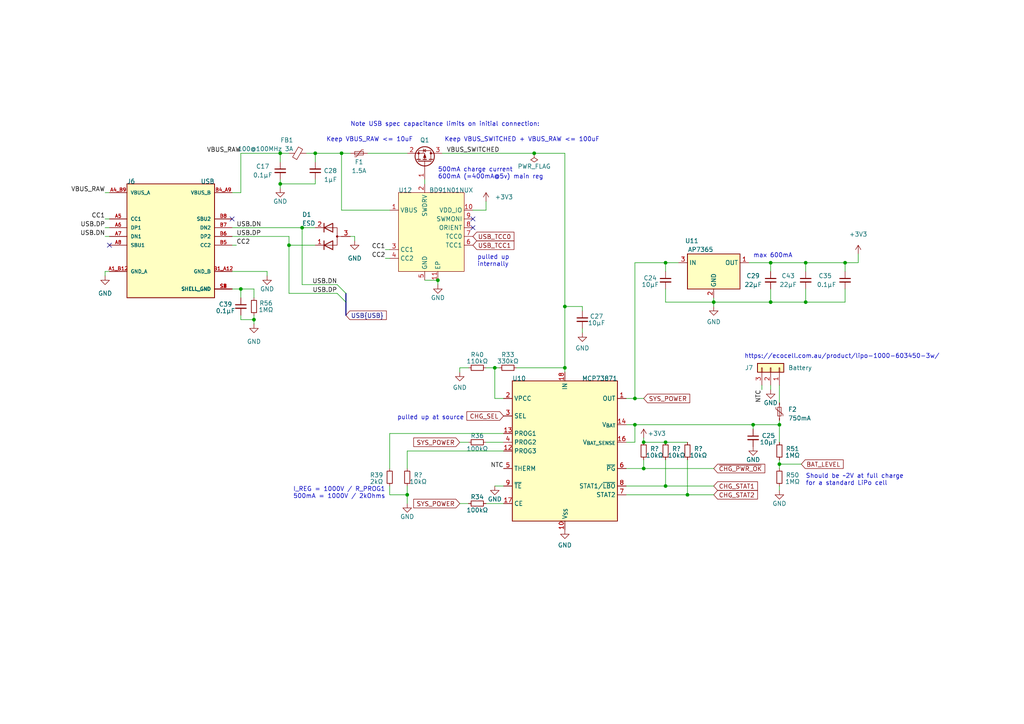
<source format=kicad_sch>
(kicad_sch (version 20230121) (generator eeschema)
  (paper "A4")
  (title_block (title "TANGARA") (date "2023-05-30") (rev "4") (company "made by jacqueline") (comment 1 "SPDX-License-Identifier: CERN-OHL-S-2.0"))
  (lib_symbols
    (symbol "Battery_Management:MCP73871"
      (property "Reference" "U" (at -7.62 24.13 0))
      (property "Value" "MCP73871" (at -15.24 21.59 0))
      (symbol "MCP73871_0_1"
        (rectangle (start -15.24 20.32) (end 15.24 -20.32) (stroke (width 0.254)) (fill (type background)))
      )
      (symbol "MCP73871_1_1"
        (pin power_out line (at 17.78 15.24 180) (length 2.54) (name "OUT") (number "1"))
        (pin power_in line (at 0 -22.86 90) (length 2.54) (name "V_{SS}") (number "10"))
        (pin passive line (at 0 -22.86 90) (length 2.54) hide (name "V_{SS}") (number "11"))
        (pin bidirectional line (at -17.78 0 0) (length 2.54) (name "PROG3") (number "12"))
        (pin bidirectional line (at -17.78 5.08 0) (length 2.54) (name "PROG1") (number "13"))
        (pin power_out line (at 17.78 7.62 180) (length 2.54) (name "V_{BAT}") (number "14"))
        (pin passive line (at 17.78 7.62 180) (length 2.54) hide (name "V_{BAT}") (number "15"))
        (pin input line (at 17.78 2.54 180) (length 2.54) (name "V_{BAT_SENSE}") (number "16"))
        (pin input line (at -17.78 -15.24 0) (length 2.54) (name "CE") (number "17"))
        (pin power_in line (at 0 22.86 270) (length 2.54) (name "IN") (number "18"))
        (pin passive line (at 0 22.86 270) (length 2.54) hide (name "IN") (number "19"))
        (pin input line (at -17.78 15.24 0) (length 2.54) (name "VPCC") (number "2"))
        (pin passive line (at 17.78 15.24 180) (length 2.54) hide (name "OUT") (number "20"))
        (pin passive line (at 0 -22.86 90) (length 2.54) hide (name "V_{SS}") (number "21"))
        (pin input line (at -17.78 10.16 0) (length 2.54) (name "SEL") (number "3"))
        (pin input line (at -17.78 2.54 0) (length 2.54) (name "PROG2") (number "4"))
        (pin bidirectional line (at -17.78 -5.08 0) (length 2.54) (name "THERM") (number "5"))
        (pin open_collector line (at 17.78 -5.08 180) (length 2.54) (name "~{PG}") (number "6"))
        (pin open_collector line (at 17.78 -12.7 180) (length 2.54) (name "STAT2") (number "7"))
        (pin open_collector line (at 17.78 -10.16 180) (length 2.54) (name "STAT1/~{LBO}") (number "8"))
        (pin input line (at -17.78 -10.16 0) (length 2.54) (name "~{TE}") (number "9"))
      )
    )
    (symbol "Connector_Generic:Conn_01x03" (pin_names (offset 1.016) hide)
      (property "Reference" "J" (at 0 5.08 0))
      (property "Value" "Conn_01x03" (at 0 -5.08 0))
      (symbol "Conn_01x03_1_1"
        (rectangle (start -1.27 -2.413) (end 0 -2.667) (stroke (width 0.1524)))
        (rectangle (start -1.27 0.127) (end 0 -0.127) (stroke (width 0.1524)))
        (rectangle (start -1.27 2.667) (end 0 2.413) (stroke (width 0.1524)))
        (rectangle (start -1.27 3.81) (end 1.27 -3.81) (stroke (width 0.254)) (fill (type background)))
        (pin passive line (at -5.08 2.54 0) (length 3.81) (name "Pin_1") (number "1"))
        (pin passive line (at -5.08 0 0) (length 3.81) (name "Pin_2") (number "2"))
        (pin passive line (at -5.08 -2.54 0) (length 3.81) (name "Pin_3") (number "3"))
      )
    )
    (symbol "Device:C_Small" (pin_numbers hide) (pin_names (offset 0.254) hide)
      (property "Reference" "C" (at 0.254 1.778 0))
      (property "Value" "C_Small" (at 0.254 -2.032 0))
      (symbol "C_Small_0_1"
        (polyline (pts (xy -1.524 -0.508) (xy 1.524 -0.508)) (stroke (width 0.3302)))
        (polyline (pts (xy -1.524 0.508) (xy 1.524 0.508)) (stroke (width 0.3048)))
      )
      (symbol "C_Small_1_1"
        (pin passive line (at 0 2.54 270) (length 2.032) (name "~") (number "1"))
        (pin passive line (at 0 -2.54 90) (length 2.032) (name "~") (number "2"))
      )
    )
    (symbol "Device:D_Dual_CommonAnode_KKA_Parallel" (pin_names (offset 0.762) hide)
      (property "Reference" "D" (at 0 5.08 0))
      (property "Value" "D_Dual_CommonAnode_KKA_Parallel" (at 0 -5.08 0))
      (symbol "D_Dual_CommonAnode_KKA_Parallel_0_0"
        (polyline (pts (xy 2.54 -3.81) (xy 2.54 -1.27)) (stroke (width 0.254)))
        (polyline (pts (xy 2.54 1.27) (xy 2.54 3.81)) (stroke (width 0.254)))
      )
      (symbol "D_Dual_CommonAnode_KKA_Parallel_0_1"
        (circle (center -1.27 0) (radius 0.254) (fill (type outline)))
        (polyline (pts (xy -1.27 0) (xy -2.54 0)))
        (polyline (pts (xy 2.54 2.54) (xy -1.27 2.54) (xy -1.27 -2.54) (xy 2.54 -2.54)))
        (polyline (pts (xy 0 -1.27) (xy 2.54 -2.54) (xy 0 -3.81) (xy 0 -1.27) (xy 0 -1.27) (xy 0 -1.27)) (stroke (width 0.254)))
        (polyline (pts (xy 0 3.81) (xy 2.54 2.54) (xy 0 1.27) (xy 0 3.81) (xy 0 3.81) (xy 0 3.81)) (stroke (width 0.254)))
        (pin passive line (at 5.08 2.54 180) (length 2.54) (name "K") (number "1"))
        (pin passive line (at 5.08 -2.54 180) (length 2.54) (name "K") (number "2"))
        (pin passive line (at -5.08 0 0) (length 2.54) (name "A") (number "3"))
      )
    )
    (symbol "Device:Ferrite_Bead_Small" (pin_numbers hide) (pin_names (offset 0))
      (property "Reference" "FB" (at 1.905 1.27 0))
      (property "Value" "Device_Ferrite_Bead_Small" (at 1.905 -1.27 0))
      (symbol "Ferrite_Bead_Small_0_1"
        (polyline (pts (xy 0 -1.27) (xy 0 -0.7874)))
        (polyline (pts (xy 0 0.889) (xy 0 1.2954)))
        (polyline (pts (xy -1.8288 0.2794) (xy -1.1176 1.4986) (xy 1.8288 -0.2032) (xy 1.1176 -1.4224) (xy -1.8288 0.2794)))
      )
      (symbol "Ferrite_Bead_Small_1_1"
        (pin passive line (at 0 2.54 270) (length 1.27) (name "~") (number "1"))
        (pin passive line (at 0 -2.54 90) (length 1.27) (name "~") (number "2"))
      )
    )
    (symbol "Device:Polyfuse_Small" (pin_numbers hide) (pin_names (offset 0))
      (property "Reference" "F" (at -1.905 0 90))
      (property "Value" "Polyfuse_Small" (at 1.905 0 90))
      (symbol "Polyfuse_Small_0_1"
        (rectangle (start -0.508 1.27) (end 0.508 -1.27))
        (polyline (pts (xy 0 2.54) (xy 0 -2.54)))
        (polyline (pts (xy -1.016 1.27) (xy -1.016 0.762) (xy 1.016 -0.762) (xy 1.016 -1.27)))
      )
      (symbol "Polyfuse_Small_1_1"
        (pin passive line (at 0 2.54 270) (length 0.635) (name "~") (number "1"))
        (pin passive line (at 0 -2.54 90) (length 0.635) (name "~") (number "2"))
      )
    )
    (symbol "Device:Q_PMOS_GSD" (pin_names (offset 0) hide)
      (property "Reference" "Q" (at 5.08 1.27 0))
      (property "Value" "Q_PMOS_GSD" (at 5.08 -1.27 0))
      (symbol "Q_PMOS_GSD_0_1"
        (polyline (pts (xy 0.254 0) (xy -2.54 0)))
        (polyline (pts (xy 0.254 1.905) (xy 0.254 -1.905)) (stroke (width 0.254)))
        (polyline (pts (xy 0.762 -1.27) (xy 0.762 -2.286)) (stroke (width 0.254)))
        (polyline (pts (xy 0.762 0.508) (xy 0.762 -0.508)) (stroke (width 0.254)))
        (polyline (pts (xy 0.762 2.286) (xy 0.762 1.27)) (stroke (width 0.254)))
        (polyline (pts (xy 2.54 2.54) (xy 2.54 1.778)))
        (polyline (pts (xy 2.54 -2.54) (xy 2.54 0) (xy 0.762 0)))
        (polyline (pts (xy 0.762 1.778) (xy 3.302 1.778) (xy 3.302 -1.778) (xy 0.762 -1.778)))
        (polyline (pts (xy 2.286 0) (xy 1.27 0.381) (xy 1.27 -0.381) (xy 2.286 0)) (fill (type outline)))
        (polyline (pts (xy 2.794 -0.508) (xy 2.921 -0.381) (xy 3.683 -0.381) (xy 3.81 -0.254)))
        (polyline (pts (xy 3.302 -0.381) (xy 2.921 0.254) (xy 3.683 0.254) (xy 3.302 -0.381)))
        (circle (center 1.651 0) (radius 2.794) (stroke (width 0.254)))
        (circle (center 2.54 -1.778) (radius 0.254) (fill (type outline)))
        (circle (center 2.54 1.778) (radius 0.254) (fill (type outline)))
      )
      (symbol "Q_PMOS_GSD_1_1"
        (pin input line (at -5.08 0 0) (length 2.54) (name "G") (number "1"))
        (pin passive line (at 2.54 -5.08 90) (length 2.54) (name "S") (number "2"))
        (pin passive line (at 2.54 5.08 270) (length 2.54) (name "D") (number "3"))
      )
    )
    (symbol "Device:R_Small" (pin_numbers hide) (pin_names (offset 0.254) hide)
      (property "Reference" "R" (at 0.762 0.508 0))
      (property "Value" "R_Small" (at 0.762 -1.016 0))
      (symbol "R_Small_0_1"
        (rectangle (start -0.762 1.778) (end 0.762 -1.778) (stroke (width 0.2032)))
      )
      (symbol "R_Small_1_1"
        (pin passive line (at 0 2.54 270) (length 0.762) (name "~") (number "1"))
        (pin passive line (at 0 -2.54 90) (length 0.762) (name "~") (number "2"))
      )
    )
    (symbol "power:+3V3" (power) (pin_names (offset 0))
      (property "Value" "+3V3" (at 0 3.556 0))
      (symbol "+3V3_0_1"
        (polyline (pts (xy -0.762 1.27) (xy 0 2.54)))
        (polyline (pts (xy 0 0) (xy 0 2.54)))
        (polyline (pts (xy 0 2.54) (xy 0.762 1.27)))
      )
      (symbol "+3V3_1_1"
        (pin power_in line (at 0 0 90) (length 0) hide (name "+3V3") (number "1"))
      )
    )
    (symbol "power:GND" (power) (pin_names (offset 0))
      (property "Value" "GND" (at 0 -3.81 0))
      (symbol "GND_0_1"
        (polyline (pts (xy 0 0) (xy 0 -1.27) (xy 1.27 -1.27) (xy 0 -2.54) (xy -1.27 -1.27) (xy 0 -1.27)))
      )
      (symbol "GND_1_1"
        (pin power_in line (at 0 0 270) (length 0) hide (name "GND") (number "1"))
      )
    )
    (symbol "power:PWR_FLAG" (power) (pin_numbers hide) (pin_names (offset 0) hide)
      (property "Value" "PWR_FLAG" (at 0 3.81 0))
      (symbol "PWR_FLAG_0_0"
        (pin power_out line (at 0 0 90) (length 0) (name "pwr") (number "1"))
      )
      (symbol "PWR_FLAG_0_1"
        (polyline (pts (xy 0 0) (xy 0 1.27) (xy -1.016 1.905) (xy 0 2.54) (xy 1.016 1.905) (xy 0 1.27)))
      )
    )
    (symbol "symbols:AP7365"
      (property "Reference" "U" (at 0 0 0))
      (symbol "AP7365_1_1"
        (rectangle (start -7.62 3.81) (end 7.62 -6.35) (stroke (width 0.254)) (fill (type background)))
        (pin power_out line (at 10.16 1.27 180) (length 2.54) (name "OUT") (number "1"))
        (pin power_in line (at 0 -8.89 90) (length 2.54) (name "GND") (number "2"))
        (pin power_in line (at -10.16 1.27 0) (length 2.54) (name "IN") (number "3"))
      )
    )
    (symbol "symbols:BD91N01NUX"
      (property "Reference" "U" (at 0 13.97 0))
      (property "Value" "BD91N01NUX" (at 5.08 16.51 0))
      (symbol "BD91N01NUX_0_1"
        (rectangle (start -12.7 12.7) (end 6.35 -10.16) (fill (type background)))
      )
      (symbol "BD91N01NUX_1_1"
        (pin power_in line (at -15.24 7.62 0) (length 2.54) (name "VBUS") (number "1"))
        (pin power_in line (at 8.89 7.62 180) (length 2.54) (name "VDD_IO") (number "10"))
        (pin power_in line (at -1.27 -12.7 90) (length 2.54) (name "EP") (number "11"))
        (pin output line (at -5.08 15.24 270) (length 2.54) (name "SWDRV") (number "2"))
        (pin input line (at -15.24 -3.81 0) (length 2.54) (name "CC1") (number "3"))
        (pin input line (at -15.24 -6.35 0) (length 2.54) (name "CC2") (number "4"))
        (pin power_in line (at -5.08 -12.7 90) (length 2.54) (name "GND") (number "5"))
        (pin output line (at 8.89 -2.54 180) (length 2.54) (name "TCC1") (number "6"))
        (pin output line (at 8.89 0 180) (length 2.54) (name "TCC0") (number "7"))
        (pin output line (at 8.89 2.54 180) (length 2.54) (name "ORIENT") (number "8"))
        (pin output line (at 8.89 5.08 180) (length 2.54) (name "SWMONI") (number "9"))
      )
    )
    (symbol "symbols:USB4510-03-1-A_REVA" (pin_names (offset 1.016))
      (property "Reference" "J" (at -12.7 16.002 0))
      (property "Value" "USB4510-03-1-A_REVA" (at -12.7 -18.542 0))
      (symbol "USB4510-03-1-A_REVA_0_0"
        (rectangle (start -12.7 -17.78) (end 12.7 15.24) (stroke (width 0.254)) (fill (type background)))
        (pin power_in line (at -17.78 -10.16 0) (length 5.08) (name "GND_A") (number "A1_B12"))
        (pin power_in line (at -17.78 12.7 0) (length 5.08) (name "VBUS_A") (number "A4_B9"))
        (pin bidirectional line (at -17.78 5.08 0) (length 5.08) (name "CC1") (number "A5"))
        (pin bidirectional line (at -17.78 2.54 0) (length 5.08) (name "DP1") (number "A6"))
        (pin bidirectional line (at -17.78 0 0) (length 5.08) (name "DN1") (number "A7"))
        (pin bidirectional line (at -17.78 -2.54 0) (length 5.08) (name "SBU1") (number "A8"))
        (pin power_in line (at 17.78 -10.16 180) (length 5.08) (name "GND_B") (number "B1_A12"))
        (pin power_in line (at 17.78 12.7 180) (length 5.08) (name "VBUS_B") (number "B4_A9"))
        (pin bidirectional line (at 17.78 -2.54 180) (length 5.08) (name "CC2") (number "B5"))
        (pin bidirectional line (at 17.78 0 180) (length 5.08) (name "DP2") (number "B6"))
        (pin bidirectional line (at 17.78 2.54 180) (length 5.08) (name "DN2") (number "B7"))
        (pin bidirectional line (at 17.78 5.08 180) (length 5.08) (name "SBU2") (number "B8"))
        (pin power_in line (at 17.78 -15.24 180) (length 5.08) (name "SHELL_GND") (number "S1"))
        (pin power_in line (at 17.78 -15.24 180) (length 5.08) (name "SHELL_GND") (number "S2"))
        (pin power_in line (at 17.78 -15.24 180) (length 5.08) (name "SHELL_GND") (number "S3"))
        (pin power_in line (at 17.78 -15.24 180) (length 5.08) (name "SHELL_GND") (number "S4"))
      )
    )
  )
  (junction (at 226.06 134.62))
  (junction (at 154.94 44.45))
  (junction (at 87.63 66.04))
  (junction (at 245.11 76.2))
  (junction (at 73.66 92.71))
  (junction (at 184.15 123.19))
  (junction (at 223.52 76.2))
  (junction (at 83.82 71.12))
  (junction (at 218.44 123.19))
  (junction (at 81.28 44.45))
  (junction (at 233.68 76.2))
  (junction (at 186.69 135.89))
  (junction (at 193.04 140.97))
  (junction (at 199.39 143.51))
  (junction (at 99.06 44.45))
  (junction (at 91.44 44.45))
  (junction (at 233.68 87.63))
  (junction (at 193.04 76.2))
  (junction (at 163.83 106.68))
  (junction (at 226.06 123.19))
  (junction (at 184.15 115.57))
  (junction (at 81.28 53.34))
  (junction (at 143.51 106.68))
  (junction (at 127 81.28))
  (junction (at 193.04 128.27))
  (junction (at 69.85 83.82))
  (junction (at 207.01 87.63))
  (junction (at 186.69 128.27))
  (junction (at 118.11 143.51))
  (junction (at 163.83 88.9))
  (junction (at 223.52 87.63))
  (no_connect (at 31.75 71.12))
  (no_connect (at 137.16 63.5))
  (no_connect (at 137.16 66.04))
  (no_connect (at 67.31 63.5))
  (bus_entry (at 97.79 82.55) (size 2.54 2.54))
  (bus_entry (at 97.79 85.09) (size 2.54 2.54))
  (wire (pts (xy 69.85 44.45) (xy 69.85 55.88)))
  (wire (pts (xy 99.06 44.45) (xy 99.06 60.96)))
  (wire (pts (xy 223.52 78.74) (xy 223.52 76.2)))
  (wire (pts (xy 69.85 92.71) (xy 73.66 92.71)))
  (wire (pts (xy 91.44 52.07) (xy 91.44 53.34)))
  (wire (pts (xy 133.35 146.05) (xy 135.89 146.05)))
  (wire (pts (xy 81.28 53.34) (xy 81.28 54.61)))
  (wire (pts (xy 184.15 76.2) (xy 193.04 76.2)))
  (wire (pts (xy 135.89 106.68) (xy 133.35 106.68)))
  (wire (pts (xy 226.06 121.92) (xy 226.06 123.19)))
  (wire (pts (xy 207.01 87.63) (xy 223.52 87.63)))
  (wire (pts (xy 245.11 76.2) (xy 248.92 76.2)))
  (wire (pts (xy 181.61 140.97) (xy 193.04 140.97)))
  (wire (pts (xy 73.66 83.82) (xy 73.66 86.36)))
  (wire (pts (xy 149.86 106.68) (xy 163.83 106.68)))
  (wire (pts (xy 226.06 123.19) (xy 226.06 128.27)))
  (wire (pts (xy 87.63 66.04) (xy 91.44 66.04)))
  (wire (pts (xy 245.11 83.82) (xy 245.11 87.63)))
  (wire (pts (xy 143.51 115.57) (xy 143.51 106.68)))
  (wire (pts (xy 186.69 133.35) (xy 186.69 135.89)))
  (wire (pts (xy 118.11 143.51) (xy 118.11 146.05)))
  (wire (pts (xy 69.85 83.82) (xy 73.66 83.82)))
  (wire (pts (xy 111.76 72.39) (xy 113.03 72.39)))
  (wire (pts (xy 99.06 44.45) (xy 101.6 44.45)))
  (wire (pts (xy 146.05 115.57) (xy 143.51 115.57)))
  (wire (pts (xy 67.31 66.04) (xy 87.63 66.04)))
  (wire (pts (xy 193.04 87.63) (xy 207.01 87.63)))
  (wire (pts (xy 163.83 44.45) (xy 163.83 88.9)))
  (bus (pts (xy 100.33 87.63) (xy 100.33 91.44)))
  (wire (pts (xy 118.11 140.97) (xy 118.11 143.51)))
  (wire (pts (xy 81.28 52.07) (xy 81.28 53.34)))
  (wire (pts (xy 83.82 71.12) (xy 91.44 71.12)))
  (wire (pts (xy 220.98 113.03) (xy 220.98 111.76)))
  (wire (pts (xy 181.61 143.51) (xy 199.39 143.51)))
  (wire (pts (xy 223.52 111.76) (xy 223.52 113.03)))
  (wire (pts (xy 217.17 76.2) (xy 223.52 76.2)))
  (wire (pts (xy 123.19 52.07) (xy 123.19 53.34)))
  (wire (pts (xy 193.04 78.74) (xy 193.04 76.2)))
  (wire (pts (xy 83.82 85.09) (xy 83.82 71.12)))
  (wire (pts (xy 137.16 60.96) (xy 140.97 60.96)))
  (wire (pts (xy 146.05 146.05) (xy 140.97 146.05)))
  (wire (pts (xy 233.68 76.2) (xy 233.68 78.74)))
  (wire (pts (xy 87.63 82.55) (xy 97.79 82.55)))
  (wire (pts (xy 143.51 140.97) (xy 146.05 140.97)))
  (wire (pts (xy 30.48 78.74) (xy 30.48 80.01)))
  (wire (pts (xy 81.28 44.45) (xy 81.28 46.99)))
  (wire (pts (xy 226.06 140.97) (xy 226.06 142.24)))
  (wire (pts (xy 207.01 87.63) (xy 207.01 86.36)))
  (wire (pts (xy 123.19 81.28) (xy 127 81.28)))
  (wire (pts (xy 91.44 46.99) (xy 91.44 44.45)))
  (wire (pts (xy 128.27 44.45) (xy 154.94 44.45)))
  (wire (pts (xy 68.58 71.12) (xy 67.31 71.12)))
  (wire (pts (xy 245.11 76.2) (xy 245.11 78.74)))
  (wire (pts (xy 146.05 130.81) (xy 118.11 130.81)))
  (wire (pts (xy 83.82 71.12) (xy 83.82 68.58)))
  (wire (pts (xy 106.68 44.45) (xy 118.11 44.45)))
  (wire (pts (xy 81.28 44.45) (xy 83.82 44.45)))
  (wire (pts (xy 207.01 88.9) (xy 207.01 87.63)))
  (wire (pts (xy 69.85 44.45) (xy 81.28 44.45)))
  (wire (pts (xy 193.04 76.2) (xy 196.85 76.2)))
  (wire (pts (xy 193.04 140.97) (xy 207.01 140.97)))
  (wire (pts (xy 163.83 88.9) (xy 163.83 106.68)))
  (wire (pts (xy 133.35 106.68) (xy 133.35 107.95)))
  (wire (pts (xy 73.66 92.71) (xy 73.66 93.98)))
  (wire (pts (xy 193.04 128.27) (xy 199.39 128.27)))
  (wire (pts (xy 218.44 123.19) (xy 226.06 123.19)))
  (wire (pts (xy 186.69 127) (xy 186.69 128.27)))
  (wire (pts (xy 69.85 83.82) (xy 69.85 86.36)))
  (wire (pts (xy 168.91 90.17) (xy 168.91 88.9)))
  (wire (pts (xy 67.31 55.88) (xy 69.85 55.88)))
  (wire (pts (xy 184.15 128.27) (xy 184.15 123.19)))
  (wire (pts (xy 83.82 85.09) (xy 97.79 85.09)))
  (wire (pts (xy 181.61 135.89) (xy 186.69 135.89)))
  (wire (pts (xy 118.11 130.81) (xy 118.11 135.89)))
  (wire (pts (xy 223.52 83.82) (xy 223.52 87.63)))
  (wire (pts (xy 140.97 128.27) (xy 146.05 128.27)))
  (wire (pts (xy 87.63 66.04) (xy 87.63 82.55)))
  (wire (pts (xy 233.68 76.2) (xy 245.11 76.2)))
  (wire (pts (xy 140.97 60.96) (xy 140.97 58.42)))
  (wire (pts (xy 193.04 83.82) (xy 193.04 87.63)))
  (wire (pts (xy 168.91 88.9) (xy 163.83 88.9)))
  (wire (pts (xy 163.83 106.68) (xy 163.83 107.95)))
  (wire (pts (xy 226.06 134.62) (xy 226.06 133.35)))
  (wire (pts (xy 248.92 73.66) (xy 248.92 76.2)))
  (wire (pts (xy 69.85 91.44) (xy 69.85 92.71)))
  (wire (pts (xy 181.61 128.27) (xy 184.15 128.27)))
  (wire (pts (xy 113.03 140.97) (xy 113.03 143.51)))
  (wire (pts (xy 184.15 76.2) (xy 184.15 115.57)))
  (wire (pts (xy 184.15 123.19) (xy 218.44 123.19)))
  (wire (pts (xy 91.44 53.34) (xy 81.28 53.34)))
  (wire (pts (xy 226.06 134.62) (xy 232.41 134.62)))
  (wire (pts (xy 146.05 125.73) (xy 113.03 125.73)))
  (wire (pts (xy 143.51 106.68) (xy 144.78 106.68)))
  (wire (pts (xy 102.87 68.58) (xy 102.87 69.85)))
  (wire (pts (xy 226.06 135.89) (xy 226.06 134.62)))
  (wire (pts (xy 67.31 68.58) (xy 83.82 68.58)))
  (wire (pts (xy 168.91 95.25) (xy 168.91 96.52)))
  (wire (pts (xy 30.48 63.5) (xy 31.75 63.5)))
  (wire (pts (xy 67.31 78.74) (xy 77.47 78.74)))
  (wire (pts (xy 184.15 115.57) (xy 186.69 115.57)))
  (wire (pts (xy 127 81.28) (xy 127 82.55)))
  (wire (pts (xy 67.31 83.82) (xy 69.85 83.82)))
  (wire (pts (xy 181.61 115.57) (xy 184.15 115.57)))
  (wire (pts (xy 193.04 133.35) (xy 193.04 140.97)))
  (wire (pts (xy 31.75 78.74) (xy 30.48 78.74)))
  (bus (pts (xy 100.33 85.09) (xy 100.33 87.63)))
  (wire (pts (xy 223.52 87.63) (xy 233.68 87.63)))
  (wire (pts (xy 233.68 83.82) (xy 233.68 87.63)))
  (wire (pts (xy 199.39 143.51) (xy 207.01 143.51)))
  (wire (pts (xy 226.06 111.76) (xy 226.06 116.84)))
  (wire (pts (xy 186.69 135.89) (xy 207.01 135.89)))
  (wire (pts (xy 133.35 128.27) (xy 135.89 128.27)))
  (wire (pts (xy 73.66 91.44) (xy 73.66 92.71)))
  (wire (pts (xy 113.03 143.51) (xy 118.11 143.51)))
  (wire (pts (xy 218.44 123.19) (xy 218.44 124.46)))
  (wire (pts (xy 30.48 68.58) (xy 31.75 68.58)))
  (wire (pts (xy 101.6 68.58) (xy 102.87 68.58)))
  (wire (pts (xy 233.68 87.63) (xy 245.11 87.63)))
  (wire (pts (xy 30.48 66.04) (xy 31.75 66.04)))
  (wire (pts (xy 186.69 128.27) (xy 193.04 128.27)))
  (wire (pts (xy 199.39 133.35) (xy 199.39 143.51)))
  (wire (pts (xy 91.44 44.45) (xy 99.06 44.45)))
  (wire (pts (xy 30.48 55.88) (xy 31.75 55.88)))
  (wire (pts (xy 113.03 125.73) (xy 113.03 135.89)))
  (wire (pts (xy 140.97 106.68) (xy 143.51 106.68)))
  (wire (pts (xy 111.76 74.93) (xy 113.03 74.93)))
  (wire (pts (xy 77.47 78.74) (xy 77.47 80.01)))
  (wire (pts (xy 88.9 44.45) (xy 91.44 44.45)))
  (wire (pts (xy 113.03 60.96) (xy 99.06 60.96)))
  (wire (pts (xy 223.52 76.2) (xy 233.68 76.2)))
  (wire (pts (xy 154.94 44.45) (xy 163.83 44.45)))
  (wire (pts (xy 181.61 123.19) (xy 184.15 123.19)))
  (text "https://ecocell.com.au/product/lipo-1000-603450-3w/" (at 215.9 104.14 0) (effects (font (size 1.27 1.27)) (justify left bottom)))
  (text "max 600mA" (at 218.44 74.93 0) (effects (font (size 1.27 1.27)) (justify left bottom)))
  (text "500mA charge current\n600mA (=400mA@5v) main reg" (at 127 52.07 0) (effects (font (size 1.27 1.27)) (justify left bottom)))
  (text "pulled up\ninternally" (at 138.43 77.47 0) (effects (font (size 1.27 1.27)) (justify left bottom)))
  (text "Should be ~2V at full charge\nfor a standard LiPo cell" (at 233.68 140.97 0) (effects (font (size 1.27 1.27)) (justify left bottom)))
  (text "pulled up at source" (at 134.62 121.92 0) (effects (font (size 1.27 1.27)) (justify right bottom)))
  (text "I_REG = 1000V / R_PROG1\n500mA = 1000V / 2kOhms" (at 111.76 144.78 0) (effects (font (size 1.27 1.27)) (justify right bottom)))
  (text "Keep VBUS_RAW <= 10uF" (at 94.615 41.275 0) (effects (font (size 1.27 1.27)) (justify left bottom)))
  (text "Keep VBUS_SWITCHED + VBUS_RAW <= 100uF" (at 128.905 41.275 0) (effects (font (size 1.27 1.27)) (justify left bottom)))
  (text "Note USB spec capacitance limits on initial connection:" (at 101.6 36.83 0) (effects (font (size 1.27 1.27)) (justify left bottom)))
  (label "CC2" (at 111.76 74.93 180))
  (label "USB.DP" (at 30.48 66.04 180))
  (label "NTC" (at 146.05 135.89 180))
  (label "VBUS_RAW" (at 69.85 44.45 180))
  (label "USB.DP" (at 97.79 85.09 180))
  (label "CC1" (at 30.48 63.5 180))
  (label "USB.DN" (at 30.48 68.58 180))
  (label "VBUS_SWITCHED" (at 129.54 44.45 0))
  (label "VBUS_RAW" (at 30.48 55.88 180))
  (label "CC2" (at 68.58 71.12 0))
  (label "CC1" (at 111.76 72.39 180))
  (label "NTC" (at 220.98 113.03 270))
  (label "USB.DN" (at 97.79 82.55 180))
  (label "USB.DN" (at 68.58 66.04 0))
  (label "USB.DP" (at 68.58 68.58 0))
  (global_label "~{CHG_PWR_OK}" (shape input) (at 207.01 135.89 0) (property "Intersheetrefs" "${INTERSHEET_REFS}" (effects hide)))
  (global_label "SYS_POWER" (shape input) (at 133.35 146.05 180) (property "Intersheetrefs" "${INTERSHEET_REFS}" (effects hide)))
  (global_label "CHG_STAT2" (shape input) (at 207.01 143.51 0) (property "Intersheetrefs" "${INTERSHEET_REFS}" (effects hide)))
  (global_label "USB_TCC0" (shape input) (at 137.16 68.58 0) (property "Intersheetrefs" "${INTERSHEET_REFS}" (effects hide)))
  (global_label "SYS_POWER" (shape input) (at 133.35 128.27 180) (property "Intersheetrefs" "${INTERSHEET_REFS}" (effects hide)))
  (global_label "USB_TCC1" (shape input) (at 137.16 71.12 0) (property "Intersheetrefs" "${INTERSHEET_REFS}" (effects hide)))
  (global_label "CHG_SEL" (shape input) (at 146.05 120.65 180) (property "Intersheetrefs" "${INTERSHEET_REFS}" (effects hide)))
  (global_label "CHG_STAT1" (shape input) (at 207.01 140.97 0) (property "Intersheetrefs" "${INTERSHEET_REFS}" (effects hide)))
  (global_label "BAT_LEVEL" (shape input) (at 232.41 134.62 0) (property "Intersheetrefs" "${INTERSHEET_REFS}" (effects hide)))
  (global_label "SYS_POWER" (shape input) (at 186.69 115.57 0) (property "Intersheetrefs" "${INTERSHEET_REFS}" (effects hide)))
  (global_label "USB{USB}" (shape input) (at 100.33 91.44 0) (property "Intersheetrefs" "${INTERSHEET_REFS}" (effects hide)))
  (symbol (lib_id "Device:R_Small") (at 226.06 138.43 0) (unit 1)
    (property "Reference" "R50" (at 229.87 137.795 0))
    (property "Value" "1MΩ" (at 229.87 139.7 0))
    (property "Footprint" "Resistor_SMD:R_0603_1608Metric" (effects hide))
    (property "MPN" "AC0603FR-131ML" (effects hide))
  )
  (symbol (lib_id "symbols:BD91N01NUX") (at 128.27 68.58 0) (unit 1)
    (property "Reference" "U12" (at 115.57 55.88 0) (effects (justify left bottom)))
    (property "Value" "BD91N01NUX" (at 124.46 55.88 0) (effects (justify left bottom)))
    (property "Footprint" "footprints:BD91N01NUX-E2" (effects hide))
    (property "MPN" "BD91N01NUX" (effects hide))
  )
  (symbol (lib_id "power:GND") (at 73.66 93.98 0) (unit 1)
    (property "Reference" "#PWR050" (effects hide))
    (property "Value" "GND" (at 73.66 99.06 0))
  )
  (symbol (lib_id "power:GND") (at 81.28 54.61 0) (unit 1)
    (property "Reference" "#PWR0202" (effects hide))
    (property "Value" "GND" (at 81.28 58.42 0))
  )
  (symbol (lib_id "power:+3V3") (at 186.69 127 0) (unit 1)
    (property "Reference" "#PWR0124" (effects hide))
    (property "Value" "+3V3" (at 190.5 125.73 0))
    (instances (project "gay-ipod" (path "" (reference "#PWR0124") (unit 1)) (path "" (reference "#PWR04") (unit 1))))
  )
  (symbol (lib_id "power:+3V3") (at 248.92 73.66 0) (unit 1)
    (property "Reference" "#PWR0217" (effects hide))
    (property "Value" "+3V3" (at 248.92 67.945 0))
  )
  (symbol (lib_id "Device:C_Small") (at 233.68 81.28 0) (unit 1)
    (property "Reference" "C43" (at 228.6 80.01 0))
    (property "Value" "22μF" (at 228.6 82.55 0))
    (property "Footprint" "Capacitor_SMD:C_1206_3216Metric" (effects hide))
    (property "MPN" "GRM319R61C226KE15D" (effects hide))
  )
  (symbol (lib_id "Device:R_Small") (at 118.11 138.43 0) (unit 1)
    (property "Reference" "R?" (at 121.285 137.795 0))
    (property "Value" "10kΩ" (at 121.285 139.7 0))
    (property "Footprint" "Resistor_SMD:R_0603_1608Metric" (effects hide))
    (property "MPN" "AC0603JR-0710KL" (effects hide))
    (instances (project "gay-ipod" (path "" (reference "R?") (unit 1)) (path "" (reference "R23") (unit 1)) (path "" (reference "R35") (unit 1))))
  )
  (symbol (lib_id "Device:C_Small") (at 193.04 81.28 0) (unit 1)
    (property "Reference" "C24" (at 188.595 80.645 0))
    (property "Value" "10μF" (at 188.595 82.55 0))
    (property "Footprint" "Capacitor_SMD:C_0805_2012Metric" (effects hide))
    (property "MPN" "GRM21BR61C106KE15K" (effects hide))
  )
  (symbol (lib_id "Device:R_Small") (at 138.43 146.05 90) (unit 1)
    (property "Reference" "R34" (at 138.43 144.145 90))
    (property "Value" "100kΩ" (at 138.43 147.955 90))
    (property "Footprint" "Resistor_SMD:R_0603_1608Metric" (effects hide))
    (property "MPN" "RC0603JR-10100KL" (effects hide))
  )
  (symbol (lib_id "Device:Ferrite_Bead_Small") (at 86.36 44.45 90) (unit 1)
    (property "Reference" "FB1" (at 85.09 40.64 90) (effects (justify left)))
    (property "Value" "100@100MHz 3A" (at 85.09 43.18 90) (effects (justify left)))
    (property "Footprint" "Inductor_SMD:L_0603_1608Metric" (effects hide))
    (property "MPN" "BLM18KG101TN1D" (effects hide))
    (instances (project "gay-ipod" (path "" (reference "FB1") (unit 1))) (project "reform2-motherboard" (path "" (reference "FB17") (unit 1))))
  )
  (symbol (lib_id "power:GND") (at 223.52 113.03 0) (unit 1)
    (property "Reference" "#PWR0213" (effects hide))
    (property "Value" "GND" (at 223.52 116.84 0))
  )
  (symbol (lib_id "Device:C_Small") (at 218.44 127 0) (mirror y) (unit 1)
    (property "Reference" "C25" (at 222.885 126.365 0))
    (property "Value" "10μF" (at 222.885 128.27 0))
    (property "Footprint" "Capacitor_SMD:C_0805_2012Metric" (effects hide))
    (property "MPN" "GRM21BR61C106KE15K" (effects hide))
  )
  (symbol (lib_id "Device:D_Dual_CommonAnode_KKA_Parallel") (at 96.52 68.58 180) (unit 1)
    (property "Reference" "D1" (at 87.63 62.23 0) (effects (justify right)))
    (property "Value" "ESD" (at 87.63 64.77 0) (effects (justify right)))
    (property "Footprint" "Package_TO_SOT_SMD:SOT-23" (effects hide))
    (property "MPN" "PESD2USB3UV-TR" (effects hide))
  )
  (symbol (lib_id "Battery_Management:MCP73871") (at 163.83 130.81 0) (unit 1)
    (property "Reference" "U10" (at 148.59 110.49 0) (effects (justify left bottom)))
    (property "Value" "MCP73871" (at 179.07 110.49 0) (effects (justify right bottom)))
    (property "Footprint" "Package_DFN_QFN:QFN-20-1EP_4x4mm_P0.5mm_EP2.5x2.5mm_ThermalVias" (effects hide))
    (property "Datasheet" "http://www.mouser.com/ds/2/268/22090a-52174.pdf" (effects hide))
    (property "MPN" "MCP73871-2CCI/ML" (effects hide))
  )
  (symbol (lib_id "power:PWR_FLAG") (at 154.94 44.45 180) (unit 1)
    (property "Reference" "#FLG0202" (effects hide))
    (property "Value" "PWR_FLAG" (at 154.94 48.26 0))
  )
  (symbol (lib_id "power:GND") (at 102.87 69.85 0) (unit 1)
    (property "Reference" "#PWR0203" (effects hide))
    (property "Value" "GND" (at 102.87 74.93 0))
  )
  (symbol (lib_id "power:GND") (at 77.47 80.01 0) (unit 1)
    (property "Reference" "#PWR0201" (effects hide))
    (property "Value" "GND" (at 77.47 83.82 0))
  )
  (symbol (lib_id "power:GND") (at 143.51 140.97 0) (unit 1)
    (property "Reference" "#PWR0208" (effects hide))
    (property "Value" "GND" (at 143.51 144.78 0))
  )
  (symbol (lib_id "Device:R_Small") (at 226.06 130.81 0) (unit 1)
    (property "Reference" "R51" (at 229.87 130.175 0))
    (property "Value" "1MΩ" (at 229.87 132.08 0))
    (property "Footprint" "Resistor_SMD:R_0603_1608Metric" (effects hide))
    (property "MPN" "AC0603FR-131ML" (effects hide))
  )
  (symbol (lib_id "Device:R_Small") (at 113.03 138.43 0) (mirror y) (unit 1)
    (property "Reference" "R39" (at 109.22 137.795 0))
    (property "Value" "2kΩ" (at 109.22 139.7 0))
    (property "Footprint" "Resistor_SMD:R_0603_1608Metric" (effects hide))
    (property "MPN" "ERJ-3RBD2001V " (effects hide))
  )
  (symbol (lib_id "Device:C_Small") (at 168.91 92.71 0) (mirror y) (unit 1)
    (property "Reference" "C27" (at 173.0375 91.7575 0))
    (property "Value" "10μF" (at 173.0375 93.6625 0))
    (property "Footprint" "Capacitor_SMD:C_0805_2012Metric" (effects hide))
    (property "MPN" "GRM21BR61C106KE15K" (effects hide))
  )
  (symbol (lib_id "Device:R_Small") (at 138.43 128.27 90) (unit 1)
    (property "Reference" "R36" (at 138.43 126.365 90))
    (property "Value" "100kΩ" (at 138.43 130.175 90))
    (property "Footprint" "Resistor_SMD:R_0603_1608Metric" (effects hide))
    (property "MPN" "RC0603JR-10100KL" (effects hide))
  )
  (symbol (lib_id "Device:C_Small") (at 245.11 81.28 0) (mirror y) (unit 1)
    (property "Reference" "C35" (at 241.3 80.01 0) (effects (justify left)))
    (property "Value" "0.1μF" (at 242.57 82.5562 0) (effects (justify left)))
    (property "Footprint" "Capacitor_SMD:C_0603_1608Metric" (effects hide))
    (property "MPN" "GCM188R71C104KA37J" (effects hide))
    (instances (project "gay-ipod" (path "" (reference "C35") (unit 1)) (path "" (reference "C22") (unit 1))))
  )
  (symbol (lib_id "power:+3V3") (at 140.97 58.42 0) (unit 1)
    (property "Reference" "#PWR0205" (effects hide))
    (property "Value" "+3V3" (at 143.51 57.1499 0) (effects (justify left)))
  )
  (symbol (lib_id "Device:R_Small") (at 138.43 106.68 90) (unit 1)
    (property "Reference" "R40" (at 138.43 102.87 90))
    (property "Value" "110kΩ" (at 138.43 104.775 90))
    (property "Footprint" "Resistor_SMD:R_0603_1608Metric" (effects hide))
    (property "MPN" "AC0603FR-07110KL" (effects hide))
  )
  (symbol (lib_id "power:GND") (at 127 82.55 0) (unit 1)
    (property "Reference" "#PWR0204" (effects hide))
    (property "Value" "GND" (at 127 86.36 0))
  )
  (symbol (lib_id "power:GND") (at 30.48 80.01 0) (unit 1)
    (property "Reference" "#PWR011" (effects hide))
    (property "Value" "GND" (at 30.48 85.09 0))
  )
  (symbol (lib_id "Device:Polyfuse_Small") (at 226.06 119.38 0) (unit 1)
    (property "Reference" "F2" (at 228.6 118.745 0) (effects (justify left)))
    (property "Value" "750mA" (at 228.6 121.285 0) (effects (justify left)))
    (property "Footprint" "Fuse:Fuse_1206_3216Metric" (effects hide))
    (property "MPN" "SMD1206B075TF" (effects hide))
  )
  (symbol (lib_id "Device:Q_PMOS_GSD") (at 123.19 46.99 270) (mirror x) (unit 1)
    (property "Reference" "Q1" (at 123.19 40.64 90))
    (property "Value" "PMV48XPA2R" (effects hide))
    (property "Footprint" "Package_TO_SOT_SMD:TSOT-23" (effects hide))
    (property "MPN" "PMV48XPA2R" (effects hide))
  )
  (symbol (lib_id "Device:Polyfuse_Small") (at 104.14 44.45 270) (unit 1)
    (property "Reference" "F1" (at 104.14 46.99 90))
    (property "Value" "1.5A" (at 104.14 49.53 90))
    (property "Footprint" "Fuse:Fuse_1206_3216Metric" (effects hide))
    (property "MPN" "SMD1206B150TFT" (effects hide))
  )
  (symbol (lib_id "Device:R_Small") (at 193.04 130.81 0) (unit 1)
    (property "Reference" "R?" (at 196.215 130.175 0))
    (property "Value" "10kΩ" (at 196.215 132.08 0))
    (property "Footprint" "Resistor_SMD:R_0603_1608Metric" (effects hide))
    (property "MPN" "AC0603JR-0710KL" (effects hide))
    (instances (project "gay-ipod" (path "" (reference "R?") (unit 1)) (path "" (reference "R23") (unit 1)) (path "" (reference "R37") (unit 1))))
  )
  (symbol (lib_id "power:GND") (at 118.11 146.05 0) (unit 1)
    (property "Reference" "#PWR0206" (effects hide))
    (property "Value" "GND" (at 118.11 149.86 0))
  )
  (symbol (lib_id "Device:R_Small") (at 73.66 88.9 0) (mirror x) (unit 1)
    (property "Reference" "R56" (at 77.1525 87.9475 0))
    (property "Value" "1MΩ" (at 77.1525 89.8525 0))
    (property "Footprint" "Resistor_SMD:R_0603_1608Metric" (effects hide))
    (property "MPN" "AC0603FR-131ML" (effects hide))
    (instances (project "gay-ipod" (path "" (reference "R56") (unit 1)) (path "" (reference "R1") (unit 1))))
  )
  (symbol (lib_id "power:GND") (at 218.44 129.54 0) (mirror y) (unit 1)
    (property "Reference" "#PWR0211" (effects hide))
    (property "Value" "GND" (at 218.44 133.35 0))
  )
  (symbol (lib_id "symbols:AP7365") (at 207.01 77.47 0) (unit 1)
    (property "Reference" "U11" (at 200.66 69.85 0))
    (property "Value" "AP7365" (at 203.2 72.39 0))
    (property "Footprint" "Package_TO_SOT_SMD:SOT-89-3" (effects hide))
    (property "MPN" "AP7365-33YG-13 " (effects hide))
  )
  (symbol (lib_id "Device:C_Small") (at 81.28 49.53 0) (unit 1)
    (property "Reference" "C17" (at 76.2 48.26 0))
    (property "Value" "0.1μF" (at 76.2 50.8 0))
    (property "Footprint" "Capacitor_SMD:C_0603_1608Metric" (effects hide))
    (property "MPN" "GCM188R71C104KA37J" (effects hide))
    (instances (project "gay-ipod" (path "" (reference "C17") (unit 1)) (path "" (reference "C37") (unit 1))) (project "audio" (path "" (reference "C14") (unit 1))))
  )
  (symbol (lib_id "power:GND") (at 207.01 88.9 0) (unit 1)
    (property "Reference" "#PWR01" (effects hide))
    (property "Value" "GND" (at 207.01 93.345 0))
  )
  (symbol (lib_id "Device:C_Small") (at 69.85 88.9 0) (mirror y) (unit 1)
    (property "Reference" "C39" (at 65.405 88.265 0))
    (property "Value" "0.1μF" (at 65.405 90.17 0))
    (property "Footprint" "Capacitor_SMD:C_0603_1608Metric" (effects hide))
    (property "MPN" "GCM188R71C104KA37J" (effects hide))
    (instances (project "gay-ipod" (path "" (reference "C39") (unit 1)) (path "" (reference "C46") (unit 1))))
  )
  (symbol (lib_id "Device:C_Small") (at 91.44 49.53 180) (unit 1)
    (property "Reference" "C28" (at 97.79 49.53 0) (effects (justify left)))
    (property "Value" "1μF" (at 97.79 52.07 0) (effects (justify left)))
    (property "Footprint" "Capacitor_SMD:C_0805_2012Metric" (effects hide))
    (property "MPN" "GRM216R61C105KA88D" (effects hide))
  )
  (symbol (lib_id "Device:R_Small") (at 147.32 106.68 90) (unit 1)
    (property "Reference" "R33" (at 147.32 102.87 90))
    (property "Value" "330kΩ" (at 147.32 104.775 90))
    (property "Footprint" "Resistor_SMD:R_0603_1608Metric" (effects hide))
    (property "MPN" "RT0603FRE07330KL" (effects hide))
  )
  (symbol (lib_id "power:GND") (at 133.35 107.95 0) (unit 1)
    (property "Reference" "#PWR0207" (effects hide))
    (property "Value" "GND" (at 133.35 112.395 0))
  )
  (symbol (lib_id "Device:C_Small") (at 223.52 81.28 0) (unit 1)
    (property "Reference" "C29" (at 218.44 80.01 0))
    (property "Value" "22μF" (at 218.44 82.55 0))
    (property "Footprint" "Capacitor_SMD:C_1206_3216Metric" (effects hide))
    (property "MPN" "GRM319R61C226KE15D" (effects hide))
  )
  (symbol (lib_id "power:GND") (at 226.06 142.24 0) (unit 1)
    (property "Reference" "#PWR0214" (effects hide))
    (property "Value" "GND" (at 226.06 146.05 0))
  )
  (symbol (lib_id "symbols:USB4510-03-1-A_REVA") (at 49.53 68.58 0) (unit 1)
    (property "Reference" "J6" (at 36.83 53.34 0) (effects (justify left bottom)))
    (property "Value" "USB" (at 62.23 53.34 0) (effects (justify right bottom)))
    (property "Footprint" "footprints:GCT_USB4510-03-1-A_REVA" (effects hide))
    (property "Datasheet" "https://www.usb.org/sites/default/files/documents/usb_type-c.zip" (effects hide))
    (property "MPN" "USB4510-03-1-A" (effects hide))
    (property "PARTREV" "A" (effects hide))
    (property "STANDARD" "Manufacturer Recommendations" (effects hide))
    (property "MAXIMUM_PACKAGE_HEIGHT" "2.46mm" (effects hide))
    (property "MANUFACTURER" "GCT" (effects hide))
  )
  (symbol (lib_id "power:GND") (at 163.83 153.67 0) (unit 1)
    (property "Reference" "#PWR0210" (effects hide))
    (property "Value" "GND" (at 163.83 158.115 0))
  )
  (symbol (lib_id "power:GND") (at 168.91 96.52 0) (mirror y) (unit 1)
    (property "Reference" "#PWR0209" (effects hide))
    (property "Value" "GND" (at 168.91 100.965 0))
  )
  (symbol (lib_id "Device:R_Small") (at 199.39 130.81 0) (unit 1)
    (property "Reference" "R?" (at 202.565 130.175 0))
    (property "Value" "10kΩ" (at 202.565 132.08 0))
    (property "Footprint" "Resistor_SMD:R_0603_1608Metric" (effects hide))
    (property "MPN" "AC0603JR-0710KL" (effects hide))
    (instances (project "gay-ipod" (path "" (reference "R?") (unit 1)) (path "" (reference "R23") (unit 1)) (path "" (reference "R38") (unit 1))))
  )
  (symbol (lib_id "Device:R_Small") (at 186.69 130.81 0) (unit 1)
    (property "Reference" "R?" (at 189.865 130.175 0))
    (property "Value" "10kΩ" (at 189.865 132.08 0))
    (property "Footprint" "Resistor_SMD:R_0603_1608Metric" (effects hide))
    (property "MPN" "AC0603JR-0710KL" (effects hide))
    (instances (project "gay-ipod" (path "" (reference "R?") (unit 1)) (path "" (reference "R23") (unit 1)) (path "" (reference "R41") (unit 1))))
  )
  (symbol (lib_id "Connector_Generic:Conn_01x03") (at 223.52 106.68 270) (mirror x) (unit 1)
    (property "Reference" "J7" (at 218.44 106.68 90) (effects (justify right)))
    (property "Value" "Battery" (at 228.6 106.68 90) (effects (justify left)))
    (property "Footprint" "Connector_JST:JST_PH_S3B-PH-K_1x03_P2.00mm_Horizontal" (effects hide))
    (property "MPN" "S3B-PH-K-S(LF)(SN)" (effects hide))
  )
)
</source>
